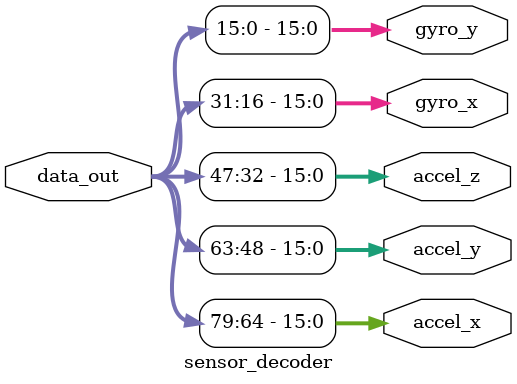
<source format=sv>
`default_nettype none

module sensor_decoder(
    input logic [79:0] data_out,
    output logic [15:0] accel_x, accel_y, accel_z, gyro_x, gyro_y
);

    assign accel_x = data_out[79:64];
    assign accel_y = data_out[63:48];
    assign accel_z = data_out[47:32];
    assign gyro_x = data_out[31:16];
    assign gyro_y = data_out[15:0];


endmodule
</source>
